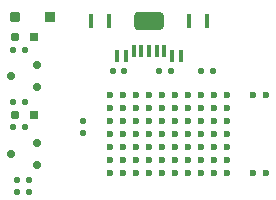
<source format=gbr>
%TF.GenerationSoftware,Altium Limited,Altium Designer,21.1.0 (24)*%
G04 Layer_Color=8421504*
%FSLAX45Y45*%
%MOMM*%
%TF.SameCoordinates,A42B3F18-A760-40AD-9EC3-E9591E309F50*%
%TF.FilePolarity,Positive*%
%TF.FileFunction,Paste,Top*%
%TF.Part,Single*%
G01*
G75*
%TA.AperFunction,BGAPad,CuDef*%
%ADD15C,0.60000*%
%TA.AperFunction,SMDPad,CuDef*%
G04:AMPARAMS|DCode=16|XSize=0.6mm|YSize=0.7mm|CornerRadius=0.15mm|HoleSize=0mm|Usage=FLASHONLY|Rotation=270.000|XOffset=0mm|YOffset=0mm|HoleType=Round|Shape=RoundedRectangle|*
%AMROUNDEDRECTD16*
21,1,0.60000,0.40000,0,0,270.0*
21,1,0.30000,0.70000,0,0,270.0*
1,1,0.30000,-0.20000,-0.15000*
1,1,0.30000,-0.20000,0.15000*
1,1,0.30000,0.20000,0.15000*
1,1,0.30000,0.20000,-0.15000*
%
%ADD16ROUNDEDRECTD16*%
G04:AMPARAMS|DCode=17|XSize=0.5mm|YSize=0.5mm|CornerRadius=0.125mm|HoleSize=0mm|Usage=FLASHONLY|Rotation=270.000|XOffset=0mm|YOffset=0mm|HoleType=Round|Shape=RoundedRectangle|*
%AMROUNDEDRECTD17*
21,1,0.50000,0.25000,0,0,270.0*
21,1,0.25000,0.50000,0,0,270.0*
1,1,0.25000,-0.12500,-0.12500*
1,1,0.25000,-0.12500,0.12500*
1,1,0.25000,0.12500,0.12500*
1,1,0.25000,0.12500,-0.12500*
%
%ADD17ROUNDEDRECTD17*%
G04:AMPARAMS|DCode=21|XSize=0.5mm|YSize=0.5mm|CornerRadius=0.125mm|HoleSize=0mm|Usage=FLASHONLY|Rotation=180.000|XOffset=0mm|YOffset=0mm|HoleType=Round|Shape=RoundedRectangle|*
%AMROUNDEDRECTD21*
21,1,0.50000,0.25000,0,0,180.0*
21,1,0.25000,0.50000,0,0,180.0*
1,1,0.25000,-0.12500,0.12500*
1,1,0.25000,0.12500,0.12500*
1,1,0.25000,0.12500,-0.12500*
1,1,0.25000,-0.12500,-0.12500*
%
%ADD21ROUNDEDRECTD21*%
%TA.AperFunction,NonConductor*%
%ADD74R,0.40000X1.30000*%
%ADD75R,0.30000X1.10000*%
%ADD76R,0.40000X1.00000*%
%TA.AperFunction,SMDPad,CuDef*%
%ADD77R,0.90000X0.90000*%
G04:AMPARAMS|DCode=78|XSize=0.9mm|YSize=0.9mm|CornerRadius=0.175mm|HoleSize=0mm|Usage=FLASHONLY|Rotation=270.000|XOffset=0mm|YOffset=0mm|HoleType=Round|Shape=RoundedRectangle|*
%AMROUNDEDRECTD78*
21,1,0.90000,0.55000,0,0,270.0*
21,1,0.55000,0.90000,0,0,270.0*
1,1,0.35000,-0.27500,-0.27500*
1,1,0.35000,-0.27500,0.27500*
1,1,0.35000,0.27500,0.27500*
1,1,0.35000,0.27500,-0.27500*
%
%ADD78ROUNDEDRECTD78*%
G04:AMPARAMS|DCode=79|XSize=0.7mm|YSize=0.7mm|CornerRadius=0.15mm|HoleSize=0mm|Usage=FLASHONLY|Rotation=270.000|XOffset=0mm|YOffset=0mm|HoleType=Round|Shape=RoundedRectangle|*
%AMROUNDEDRECTD79*
21,1,0.70000,0.40000,0,0,270.0*
21,1,0.40000,0.70000,0,0,270.0*
1,1,0.30000,-0.20000,-0.20000*
1,1,0.30000,-0.20000,0.20000*
1,1,0.30000,0.20000,0.20000*
1,1,0.30000,0.20000,-0.20000*
%
%ADD79ROUNDEDRECTD79*%
%ADD80R,0.70000X0.70000*%
G04:AMPARAMS|DCode=81|XSize=2.5mm|YSize=1.5mm|CornerRadius=0.275mm|HoleSize=0mm|Usage=FLASHONLY|Rotation=180.000|XOffset=0mm|YOffset=0mm|HoleType=Round|Shape=RoundedRectangle|*
%AMROUNDEDRECTD81*
21,1,2.50000,0.95000,0,0,180.0*
21,1,1.95000,1.50000,0,0,180.0*
1,1,0.55000,-0.97500,0.47500*
1,1,0.55000,0.97500,0.47500*
1,1,0.55000,0.97500,-0.47500*
1,1,0.55000,-0.97500,-0.47500*
%
%ADD81ROUNDEDRECTD81*%
D15*
X1540000Y570000D02*
D03*
X1650000D02*
D03*
X1760000D02*
D03*
X1870000D02*
D03*
X1980000D02*
D03*
X2090000D02*
D03*
X2200000D02*
D03*
X2310000D02*
D03*
X2420000D02*
D03*
X2530000D02*
D03*
X2750000D02*
D03*
X2860000D02*
D03*
X1540000Y680000D02*
D03*
X1650000D02*
D03*
X1760000D02*
D03*
X1870000D02*
D03*
X1980000D02*
D03*
X2090000D02*
D03*
X2200000D02*
D03*
X2310000D02*
D03*
X2420000D02*
D03*
X2530000D02*
D03*
X1540000Y790000D02*
D03*
X1650000D02*
D03*
X1760000D02*
D03*
X1870000D02*
D03*
X1980000D02*
D03*
X2090000D02*
D03*
X2200000D02*
D03*
X2310000D02*
D03*
X2420000D02*
D03*
X2530000D02*
D03*
X1540000Y900000D02*
D03*
X1650000D02*
D03*
X1760000D02*
D03*
X1870000D02*
D03*
X1980000D02*
D03*
X2090000D02*
D03*
X2200000D02*
D03*
X2310000D02*
D03*
X2420000D02*
D03*
X2530000D02*
D03*
X1540000Y1010000D02*
D03*
X1650000D02*
D03*
X1760000D02*
D03*
X1870000D02*
D03*
X1980000D02*
D03*
X2090000D02*
D03*
X2200000D02*
D03*
X2310000D02*
D03*
X2420000D02*
D03*
X2530000D02*
D03*
X1540000Y1120000D02*
D03*
X1650000D02*
D03*
X1760000D02*
D03*
X1870000D02*
D03*
X1980000D02*
D03*
X2090000D02*
D03*
X2200000D02*
D03*
X2310000D02*
D03*
X2420000D02*
D03*
X2530000D02*
D03*
X1540000Y1230000D02*
D03*
X1650000D02*
D03*
X1760000D02*
D03*
X1870000D02*
D03*
X1980000D02*
D03*
X2090000D02*
D03*
X2200000D02*
D03*
X2310000D02*
D03*
X2420000D02*
D03*
X2530000D02*
D03*
X2750000D02*
D03*
X2860000D02*
D03*
D16*
X700000Y1390000D02*
D03*
X920000Y1485000D02*
D03*
Y1295000D02*
D03*
X700000Y730000D02*
D03*
X920000Y825000D02*
D03*
Y635000D02*
D03*
D17*
X720000Y1170000D02*
D03*
X820000D02*
D03*
X820000Y1610000D02*
D03*
X720000D02*
D03*
X2410000Y1430000D02*
D03*
X2310000D02*
D03*
X1950000D02*
D03*
X2050000D02*
D03*
X850000Y510000D02*
D03*
X750000D02*
D03*
X820000Y960000D02*
D03*
X720000D02*
D03*
X1660000Y1430000D02*
D03*
X1560000D02*
D03*
X850000Y410000D02*
D03*
X750000D02*
D03*
D21*
X1310000Y1010000D02*
D03*
Y910000D02*
D03*
D74*
X2362500Y1859997D02*
D03*
X1527504D02*
D03*
X2207500D02*
D03*
X1372500D02*
D03*
D75*
X1597500Y1560000D02*
D03*
X2137500D02*
D03*
X1672503D02*
D03*
X2062497D02*
D03*
D76*
X1997500Y1600000D02*
D03*
X1932497D02*
D03*
X1867496D02*
D03*
X1802500D02*
D03*
X1737500D02*
D03*
D77*
X1030000Y1890000D02*
D03*
D78*
X730000D02*
D03*
D79*
X730000Y1720000D02*
D03*
Y1060000D02*
D03*
D80*
X890000Y1720000D02*
D03*
Y1060000D02*
D03*
D81*
X1867500Y1860000D02*
D03*
%TF.MD5,5d98550ffd3d5a5b7178558673a83eb8*%
M02*

</source>
